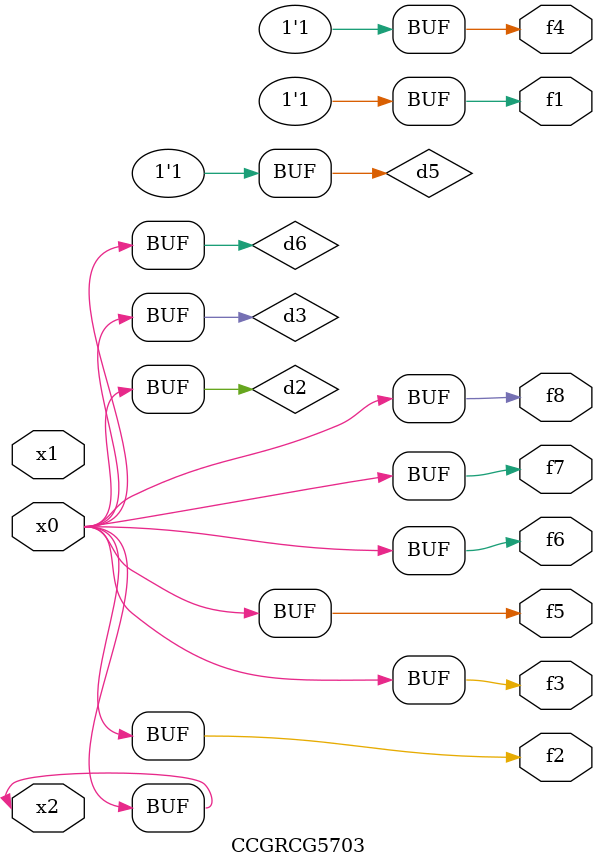
<source format=v>
module CCGRCG5703(
	input x0, x1, x2,
	output f1, f2, f3, f4, f5, f6, f7, f8
);

	wire d1, d2, d3, d4, d5, d6;

	xnor (d1, x2);
	buf (d2, x0, x2);
	and (d3, x0);
	xnor (d4, x1, x2);
	nand (d5, d1, d3);
	buf (d6, d2, d3);
	assign f1 = d5;
	assign f2 = d6;
	assign f3 = d6;
	assign f4 = d5;
	assign f5 = d6;
	assign f6 = d6;
	assign f7 = d6;
	assign f8 = d6;
endmodule

</source>
